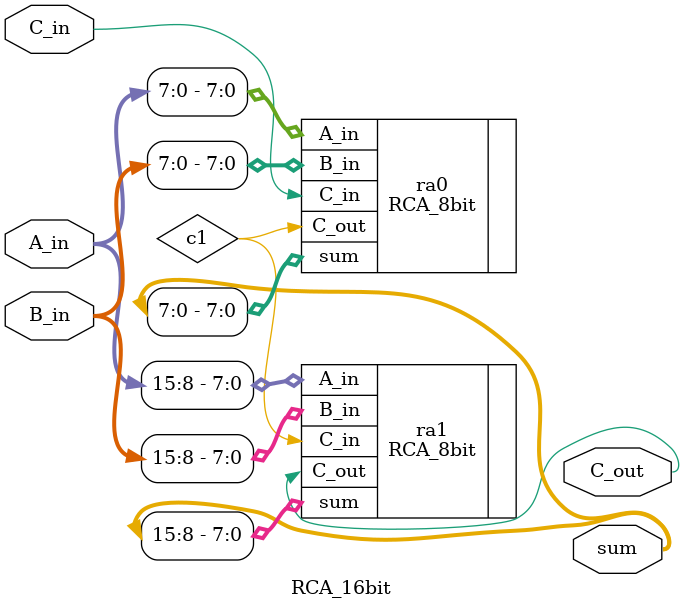
<source format=v>
`timescale 1ns / 1ps
module RCA_16bit(sum , C_out, A_in , B_in , C_in);
	output [15:0] sum;
	output C_out;
	input [15:0] A_in , B_in;
	input C_in;
	wire c1;
	// Used two 8 RCA_8bit to add the 16 bits numbers
	RCA_8bit ra0(.sum(sum[7:0]), .C_out(c1), .A_in(A_in[7:0]), .B_in(B_in[7:0]), .C_in(C_in)); // this will add the first 8 bits of the numbers
	RCA_8bit ra1(.sum(sum[15:8]), .C_out(C_out), .A_in(A_in[15:8]), .B_in(B_in[15:8]), .C_in(c1)); // this will add the next 8 bits of the numbers

endmodule


</source>
